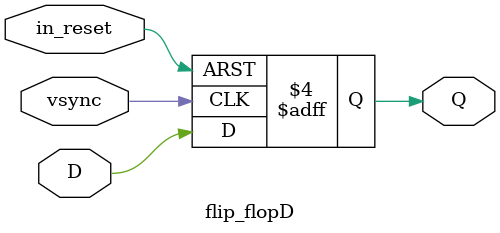
<source format=v>
`timescale 1ns / 1ps
module flip_flopD (D,vsync,in_reset,Q);
input D; // Data input 
input vsync; // clock input 
input in_reset; // asynchronous reset high level
output reg Q=0; // output Q 
always @(posedge vsync or posedge in_reset) 
begin
if(in_reset==1)
  Q <= 0; 
 else 
  Q <= D; 
end 
endmodule 

</source>
